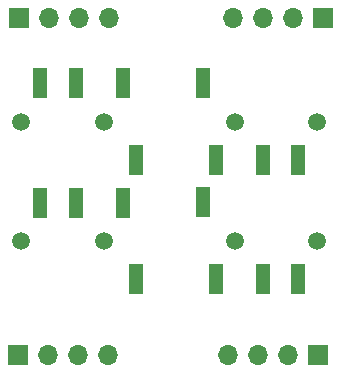
<source format=gbr>
%TF.GenerationSoftware,KiCad,Pcbnew,7.0.6*%
%TF.CreationDate,2023-11-27T13:38:28-05:00*%
%TF.ProjectId,AudioAdder,41756469-6f41-4646-9465-722e6b696361,2*%
%TF.SameCoordinates,Original*%
%TF.FileFunction,Soldermask,Top*%
%TF.FilePolarity,Negative*%
%FSLAX46Y46*%
G04 Gerber Fmt 4.6, Leading zero omitted, Abs format (unit mm)*
G04 Created by KiCad (PCBNEW 7.0.6) date 2023-11-27 13:38:28*
%MOMM*%
%LPD*%
G01*
G04 APERTURE LIST*
%ADD10R,1.700000X1.700000*%
%ADD11O,1.700000X1.700000*%
%ADD12C,1.500000*%
%ADD13R,1.200000X2.500000*%
G04 APERTURE END LIST*
D10*
%TO.C,REF\u002A\u002A*%
X165490000Y-87830000D03*
D11*
X162950000Y-87830000D03*
X160410000Y-87830000D03*
X157870000Y-87830000D03*
%TD*%
D10*
%TO.C,REF\u002A\u002A*%
X165100000Y-116332000D03*
D11*
X162560000Y-116332000D03*
X160020000Y-116332000D03*
X157480000Y-116332000D03*
%TD*%
D12*
%TO.C,J2*%
X165025008Y-106665530D03*
X158025008Y-106665530D03*
D13*
X160425008Y-109915530D03*
X163425008Y-109915530D03*
X155325008Y-103415530D03*
X156425008Y-109915530D03*
%TD*%
D10*
%TO.C,Header 1*%
X139700000Y-116332000D03*
D11*
X142240000Y-116332000D03*
X144780000Y-116332000D03*
X147320000Y-116332000D03*
%TD*%
D12*
%TO.C,J1*%
X165030000Y-96570000D03*
X158030000Y-96570000D03*
D13*
X160430000Y-99820000D03*
X163430000Y-99820000D03*
X155330000Y-93320000D03*
X156430000Y-99820000D03*
%TD*%
D12*
%TO.C,J3*%
X139975000Y-106680000D03*
X146975000Y-106680000D03*
D13*
X144575000Y-103430000D03*
X141575000Y-103430000D03*
X149675000Y-109930000D03*
X148575000Y-103430000D03*
%TD*%
D12*
%TO.C,J4*%
X139970000Y-96580000D03*
X146970000Y-96580000D03*
D13*
X144570000Y-93330000D03*
X141570000Y-93330000D03*
X149670000Y-99830000D03*
X148570000Y-93330000D03*
%TD*%
D10*
%TO.C,REF\u002A\u002A*%
X139770000Y-87830000D03*
D11*
X142310000Y-87830000D03*
X144850000Y-87830000D03*
X147390000Y-87830000D03*
%TD*%
M02*

</source>
